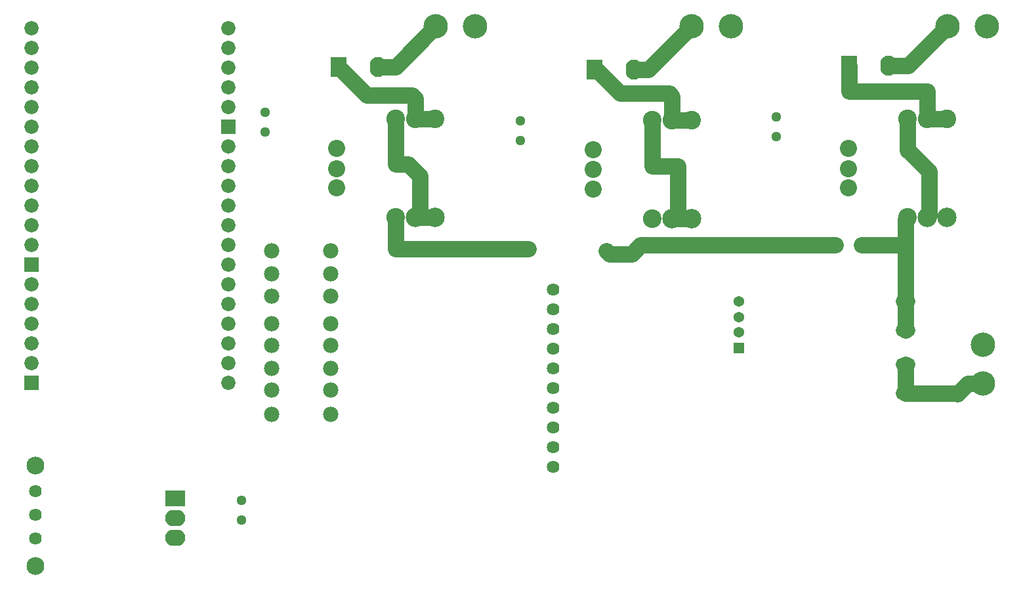
<source format=gbs>
G04 Layer: BottomSolderMaskLayer*
G04 EasyEDA v6.5.40, 2024-02-16 14:27:15*
G04 e6df629b51dc495ebfef8267a6aecd5e,cfde26286956488f8bb48462f070ee61,10*
G04 Gerber Generator version 0.2*
G04 Scale: 100 percent, Rotated: No, Reflected: No *
G04 Dimensions in millimeters *
G04 leading zeros omitted , absolute positions ,4 integer and 5 decimal *
%FSLAX45Y45*%
%MOMM*%

%AMMACRO1*1,1,$1,$2,$3*1,1,$1,$4,$5*1,1,$1,0-$2,0-$3*1,1,$1,0-$4,0-$5*20,1,$1,$2,$3,$4,$5,0*20,1,$1,$4,$5,0-$2,0-$3,0*20,1,$1,0-$2,0-$3,0-$4,0-$5,0*20,1,$1,0-$4,0-$5,$2,$3,0*4,1,4,$2,$3,$4,$5,0-$2,0-$3,0-$4,0-$5,$2,$3,0*%
%ADD10C,2.1016*%
%ADD11C,3.1496*%
%ADD12R,1.3716X1.3716*%
%ADD13C,1.3716*%
%ADD14C,1.9812*%
%ADD15O,2.6000202X1.6000222*%
%ADD16C,2.4016*%
%ADD17C,2.5032*%
%ADD18C,2.2016*%
%ADD19C,1.6256*%
%ADD20C,1.2954*%
%ADD21O,2.101596X2.601595*%
%ADD22MACRO1,0.1016X-1.0008X1.2497X1.0008X1.2497*%
%ADD23MACRO1,0.1016X1.25X1X1.25X-1*%
%ADD24O,2.601595X2.101596*%
%ADD25C,2.3016*%
%ADD26C,1.8364*%
%ADD27R,1.8364X1.8364*%
%ADD28C,1.8362*%
%ADD29R,1.8362X1.8362*%

%LPD*%
D10*
X5841745Y5702554D02*
G01*
X5841745Y5295900D01*
X7556500Y5295900D01*
X5841745Y5702554D02*
G01*
X5841745Y5295900D01*
X7556500Y5295900D01*
X11514581Y5346700D02*
G01*
X9004300Y5346700D01*
X8890000Y5232400D01*
X8598661Y5232400D01*
X8560561Y5270500D01*
X12966700Y8166100D02*
G01*
X12458700Y7658100D01*
X12204700Y7658100D01*
X11696700Y7658100D02*
G01*
X11696700Y7327900D01*
X12700000Y7327900D01*
X12699745Y6972554D01*
X12954000Y6972300D02*
G01*
X12699745Y6972554D01*
X12445745Y6972554D02*
G01*
X12445745Y6565900D01*
X12458700Y6565900D01*
X12725400Y6299200D01*
X12725400Y5727700D01*
X12700000Y5702300D01*
X12445745Y5702554D02*
G01*
X12420600Y5677407D01*
X12420600Y4615891D01*
X11853209Y5346700D02*
G01*
X12420600Y5346700D01*
X5841745Y6972554D02*
G01*
X5841745Y6388100D01*
X6007100Y6388100D01*
X6159500Y6235700D01*
X6159500Y5765800D01*
X6096000Y5702300D01*
X5105400Y7645400D02*
G01*
X5473700Y7277100D01*
X6057900Y7277100D01*
X6095745Y7239254D01*
X6095745Y6972554D01*
X6350000Y6972300D02*
G01*
X6095745Y6972554D01*
X6362700Y8166100D02*
G01*
X5842000Y7645400D01*
X5613400Y7645400D01*
X9156445Y6959854D02*
G01*
X9156445Y6362700D01*
X9486900Y6362700D01*
X9486900Y5765800D01*
X9410700Y5689600D01*
X8407400Y7607300D02*
G01*
X8432800Y7607300D01*
X8737600Y7302500D01*
X9372600Y7302500D01*
X9410445Y7264654D01*
X9410445Y6959854D01*
X9664700Y6959600D02*
G01*
X9410445Y6959854D01*
X9664700Y8166100D02*
G01*
X9105900Y7607300D01*
X8915400Y7607300D01*
X13423900Y3563873D02*
G01*
X13228574Y3563873D01*
X13093700Y3429000D01*
X13086791Y3435908D01*
X12420600Y3435908D01*
X12420600Y4615891D02*
G01*
X12420600Y4245889D01*
X12420600Y3805910D02*
G01*
X12420600Y3435908D01*
X6350000Y5702300D02*
G01*
X6096000Y5702300D01*
X9664700Y5689600D02*
G01*
X9410700Y5689600D01*
D11*
G01*
X6362700Y8166100D03*
G01*
X6862825Y8166100D03*
G01*
X13423900Y4064000D03*
G01*
X13423900Y3563873D03*
D12*
G01*
X10274300Y4018279D03*
D13*
G01*
X10274300Y4218939D03*
G01*
X10274300Y4417060D03*
G01*
X10274300Y4617720D03*
D14*
G01*
X5003800Y4330700D03*
G01*
X4241800Y4330700D03*
G01*
X4241800Y4686300D03*
G01*
X5003800Y4686300D03*
G01*
X5003800Y5270500D03*
G01*
X4241800Y5270500D03*
G01*
X4241800Y4978400D03*
G01*
X5003800Y4978400D03*
G01*
X5003800Y3479800D03*
G01*
X4241800Y3479800D03*
G01*
X4241800Y3162300D03*
G01*
X5003800Y3162300D03*
D15*
G01*
X12420600Y3435908D03*
G01*
X12420600Y3805910D03*
G01*
X12420600Y4245889D03*
G01*
X12420600Y4615891D03*
D16*
G01*
X6350000Y6972300D03*
G01*
X6095745Y6972554D03*
G01*
X5841745Y6972554D03*
G01*
X5841745Y5702554D03*
D17*
G01*
X6350000Y5702300D03*
G01*
X6096000Y5702300D03*
D18*
G01*
X5080000Y6083300D03*
G01*
X5080000Y6333236D03*
G01*
X5080000Y6591300D03*
D16*
G01*
X12954000Y6972300D03*
G01*
X12699745Y6972554D03*
G01*
X12445745Y6972554D03*
G01*
X12445745Y5702554D03*
D17*
G01*
X12954000Y5702300D03*
G01*
X12700000Y5702300D03*
D18*
G01*
X11684000Y6083300D03*
G01*
X11684000Y6333236D03*
G01*
X11684000Y6591300D03*
D16*
G01*
X9664700Y6959600D03*
G01*
X9410445Y6959854D03*
G01*
X9156445Y6959854D03*
G01*
X9156445Y5689854D03*
D17*
G01*
X9664700Y5689600D03*
G01*
X9410700Y5689600D03*
D18*
G01*
X8394700Y6070600D03*
G01*
X8394700Y6320536D03*
G01*
X8394700Y6578600D03*
D14*
G01*
X5003800Y4051300D03*
G01*
X4241800Y4051300D03*
G01*
X4241800Y3759200D03*
G01*
X5003800Y3759200D03*
D19*
G01*
X7874000Y3759200D03*
G01*
X7874000Y3505200D03*
G01*
X7874000Y3251200D03*
G01*
X7874000Y2997200D03*
G01*
X7874000Y2743200D03*
G01*
X7874000Y2489200D03*
G01*
X7874000Y4013200D03*
G01*
X7874000Y4267200D03*
G01*
X7874000Y4521200D03*
G01*
X7874000Y4775200D03*
D20*
G01*
X3855720Y1800860D03*
G01*
X3855720Y2054860D03*
G01*
X10751820Y6741160D03*
G01*
X10751820Y6995160D03*
G01*
X7449820Y6690360D03*
G01*
X7449820Y6944360D03*
G01*
X4160520Y6804660D03*
G01*
X4160520Y7058660D03*
D21*
G01*
X5613400Y7645400D03*
D22*
G01*
X5105400Y7645400D03*
D21*
G01*
X12204700Y7658100D03*
D22*
G01*
X11696700Y7658100D03*
D21*
G01*
X8915400Y7607300D03*
D22*
G01*
X8407400Y7607300D03*
D11*
G01*
X12966700Y8166100D03*
G01*
X13466825Y8166100D03*
G01*
X9664700Y8166100D03*
G01*
X10164825Y8166100D03*
D23*
G01*
X2997200Y2082800D03*
D24*
G01*
X2997200Y1574800D03*
G01*
X2997200Y1828800D03*
D19*
G01*
X1193800Y1866900D03*
G01*
X1193800Y1562100D03*
G01*
X1193800Y2171700D03*
D25*
G01*
X1193800Y1206500D03*
G01*
X1193800Y2501900D03*
D26*
G01*
X3683000Y8140700D03*
G01*
X3683000Y7886700D03*
G01*
X3683000Y7632700D03*
G01*
X3683000Y7378700D03*
G01*
X3683000Y7124700D03*
D27*
G01*
X3683000Y6870700D03*
D26*
G01*
X3683000Y6616700D03*
G01*
X3683000Y6362700D03*
G01*
X1143000Y6362700D03*
G01*
X1143000Y6616700D03*
G01*
X1143000Y6870700D03*
G01*
X1143000Y7124700D03*
G01*
X1143000Y7378700D03*
G01*
X1143000Y7632700D03*
G01*
X1143000Y7886700D03*
G01*
X1143000Y8140700D03*
G01*
X1143000Y6108700D03*
G01*
X1143000Y5854700D03*
G01*
X1143000Y5600700D03*
G01*
X1143000Y5346700D03*
D27*
G01*
X1143000Y5092700D03*
D26*
G01*
X1143000Y4838700D03*
G01*
X1143000Y4584700D03*
G01*
X1143000Y4330700D03*
D28*
G01*
X3683000Y4330700D03*
D26*
G01*
X3683000Y4584700D03*
G01*
X3683000Y4838700D03*
G01*
X3683000Y5092700D03*
G01*
X3683000Y5346700D03*
G01*
X3683000Y5600700D03*
G01*
X3683000Y5854700D03*
G01*
X3683000Y6108700D03*
D28*
G01*
X3683000Y3822700D03*
G01*
X3683000Y3568700D03*
D29*
G01*
X1143000Y3568700D03*
D28*
G01*
X1143000Y3822700D03*
G01*
X1143000Y4076700D03*
G01*
X3683000Y4076700D03*
M02*

</source>
